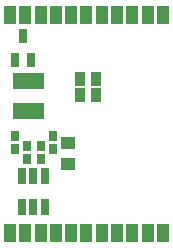
<source format=gts>
G04*
G04 #@! TF.GenerationSoftware,Altium Limited,Altium Designer,20.0.2 (26)*
G04*
G04 Layer_Color=8388736*
%FSLAX25Y25*%
%MOIN*%
G70*
G01*
G75*
%ADD12R,0.04740X0.03953*%
%ADD13R,0.03165X0.03559*%
%ADD14R,0.03756X0.04504*%
%ADD15R,0.02772X0.04937*%
%ADD16R,0.03165X0.05331*%
%ADD17R,0.02575X0.05528*%
%ADD18R,0.03953X0.06315*%
D12*
X21693Y24646D02*
D03*
Y31339D02*
D03*
D13*
X4055Y29449D02*
D03*
Y33779D02*
D03*
X7992Y30512D02*
D03*
Y26181D02*
D03*
X12717Y30512D02*
D03*
Y26181D02*
D03*
X16614Y29449D02*
D03*
Y33779D02*
D03*
D14*
X31102Y52756D02*
D03*
X25591D02*
D03*
X31102Y47559D02*
D03*
X25591D02*
D03*
D15*
X4173Y59016D02*
D03*
X9291D02*
D03*
X6732Y67283D02*
D03*
D16*
X13937Y20551D02*
D03*
X10197D02*
D03*
X6457D02*
D03*
Y10315D02*
D03*
X10197D02*
D03*
X13937D02*
D03*
D17*
X4626Y42205D02*
D03*
X7185D02*
D03*
X9744D02*
D03*
X12303D02*
D03*
Y52047D02*
D03*
X9744D02*
D03*
X7185D02*
D03*
X4626D02*
D03*
D18*
X53379Y74055D02*
D03*
X48285D02*
D03*
X17724D02*
D03*
X22818D02*
D03*
X27911D02*
D03*
X33005D02*
D03*
X38098D02*
D03*
X43192D02*
D03*
X12631D02*
D03*
X2441D02*
D03*
X7536D02*
D03*
X2441Y1614D02*
D03*
X7534D02*
D03*
X38095D02*
D03*
X33002D02*
D03*
X27908D02*
D03*
X22815D02*
D03*
X17721D02*
D03*
X12628D02*
D03*
X43189D02*
D03*
X53379D02*
D03*
X48284D02*
D03*
M02*

</source>
